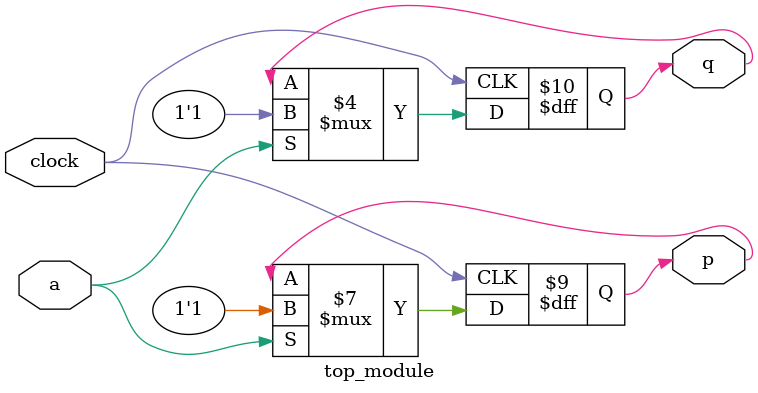
<source format=sv>
module top_module (
  input wire clock,
  input wire a,
  output reg p,
  output reg q
);

always @(posedge clock) begin
  if (a == 1'b1) begin
    p <= 1'b1;
    q <= 1'b1;
  end else begin
    p <= p;
    q <= q;
  end
end

endmodule

</source>
